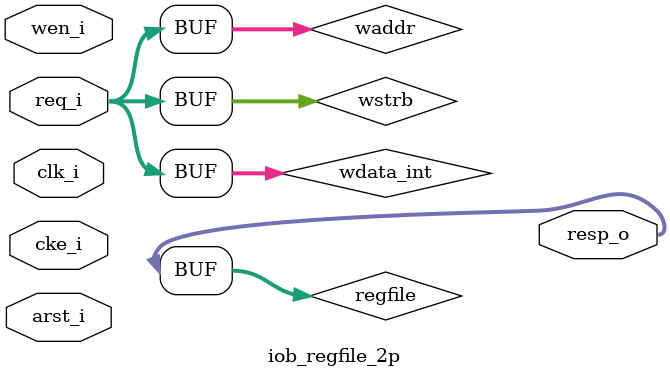
<source format=v>
`timescale 1 ns / 1 ps
`include "iob_utils.vh"

module iob_regfile_2p #(
   parameter N       = 0,           //number of registers
   parameter W       = 0,           //register width
   parameter WDATA_W = 0,           //width of write data
   parameter WADDR_W = 0,           //width of write address
   parameter RDATA_W = 0,           //width of read data
   parameter RADDR_W = 0,           //width of read address
   //cpu interface
   //the address on the cpu side must be a byte address
   parameter DATA_W  = 0,           //width of data
   parameter WSTRB_W = WDATA_W / 8  //width of write strobe
) (
   input                                              clk_i,
   input                                              arst_i,
   input                                              cke_i,
   input                                              wen_i,
   input  [((RADDR_W+WADDR_W)+(WSTRB_W+WDATA_W))-1:0] req_i,
   output [                              RDATA_W-1:0] resp_o
);

   //register file and register file write enable
   wire [(N*W)-1 : 0] regfile;
   wire [      N-1:0] wen;

   //reconstruct write address from waddr_i and wstrb_i
   wire [WSTRB_W-1:0] wstrb = req_i[WDATA_W+:WSTRB_W];
   wire [WADDR_W-1:0] waddr = req_i[WSTRB_W+WDATA_W+:WADDR_W];
   localparam WADDR_INT_W = (WADDR_W > ($clog2(DATA_W / 8) + 1)) ? WADDR_W
                                 : ($clog2(DATA_W / 8) + 1);
   wire [($clog2(DATA_W/8)+1)-1:0] waddr_incr;
   wire [         WADDR_INT_W-1:0] waddr_int = waddr + waddr_incr;

   iob_ctls #(
      .W     (DATA_W / 8),
      .MODE  (0),
      .SYMBOL(0)
   ) iob_ctls_txinst (
      .data_i (wstrb),
      .count_o(waddr_incr)
   );

   //write register file
   wire [WDATA_W-1:0] wdata_int = req_i[WDATA_W-1:0];
   genvar i;
   genvar j;

   localparam LAST_I = (N / WSTRB_W) * WSTRB_W;
   localparam REM_I = (N - LAST_I) + 1;

   generate
      for (i = 0; i < N; i = i + WSTRB_W) begin : g_rows
         for (j = 0; j < ((i == LAST_I) ? REM_I : WSTRB_W); j = j + 1) begin : g_columns

            if ((i + j) < N) begin : g_if
               assign wen[i+j] = wen_i & (waddr_int == (i + j)) & wstrb[j];
               iob_reg_e #(
                  .DATA_W (W),
                  .RST_VAL({W{1'b0}}),
                  .CLKEDGE("posedge")
               ) iob_reg_inst (
                  .clk_i (clk_i),
                  .arst_i(arst_i),
                  .cke_i (cke_i),
                  .en_i  (wen[i+j]),
                  .data_i(wdata_int[(j*8)+:W]),
                  .data_o(regfile[(i+j)*W+:W])
               );
            end
         end
      end
   endgenerate

   //read register file
   generate
      if (RADDR_W > 0) begin : g_read
         wire [RADDR_W-1:0] raddr = req_i[(WSTRB_W+WDATA_W)+WADDR_W+:RADDR_W];
         assign resp_o = regfile[RDATA_W*raddr+:RDATA_W];
      end else begin : g_read
         assign resp_o = regfile;
      end
   endgenerate

endmodule

</source>
